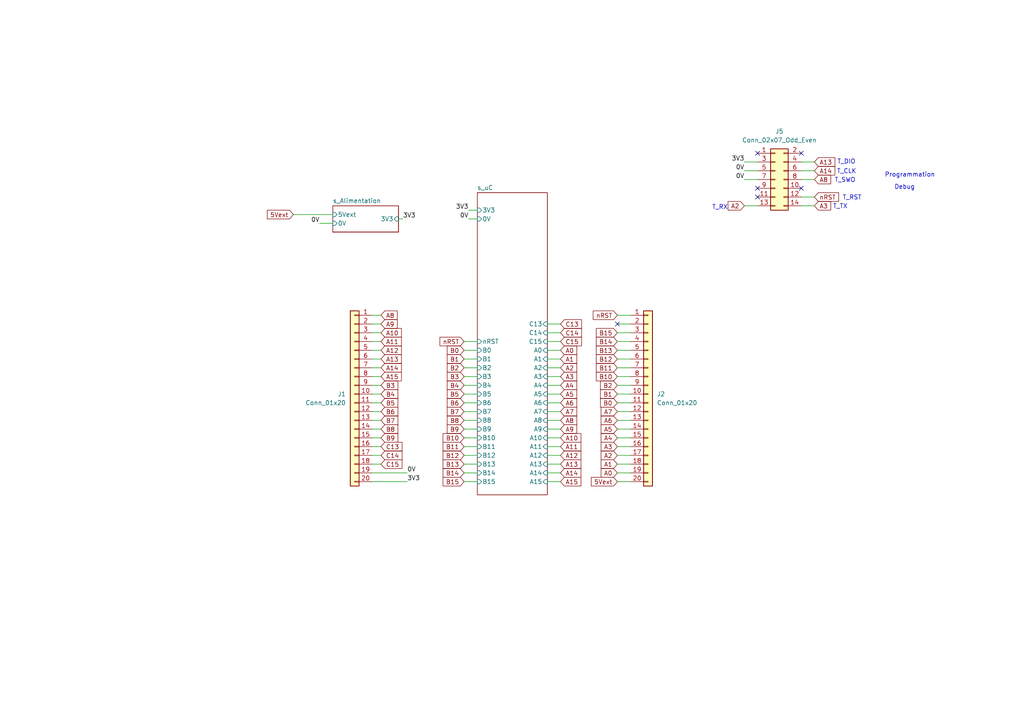
<source format=kicad_sch>
(kicad_sch (version 20250114) (generator "eeschema") (generator_version "9.0")
  (paper "A4")
  (title_block (date "2024-04-29"))
  (lib_symbols
    (symbol "Connector_Generic:Conn_01x20" (pin_names (offset 1.016) (hide yes))
      (property "Reference" "J" (at 0 25.4 0))
      (property "Value" "Conn_01x20" (at 0 -27.94 0))
      (symbol "Conn_01x20_1_1"
        (rectangle (start -1.27 24.13) (end 1.27 -26.67) (stroke (width 0.254)) (fill (type background)))
        (rectangle (start -1.27 22.987) (end 0 22.733) (stroke (width 0.1524)))
        (rectangle (start -1.27 20.447) (end 0 20.193) (stroke (width 0.1524)))
        (rectangle (start -1.27 17.907) (end 0 17.653) (stroke (width 0.1524)))
        (rectangle (start -1.27 15.367) (end 0 15.113) (stroke (width 0.1524)))
        (rectangle (start -1.27 12.827) (end 0 12.573) (stroke (width 0.1524)))
        (rectangle (start -1.27 10.287) (end 0 10.033) (stroke (width 0.1524)))
        (rectangle (start -1.27 7.747) (end 0 7.493) (stroke (width 0.1524)))
        (rectangle (start -1.27 5.207) (end 0 4.953) (stroke (width 0.1524)))
        (rectangle (start -1.27 2.667) (end 0 2.413) (stroke (width 0.1524)))
        (rectangle (start -1.27 0.127) (end 0 -0.127) (stroke (width 0.1524)))
        (rectangle (start -1.27 -2.413) (end 0 -2.667) (stroke (width 0.1524)))
        (rectangle (start -1.27 -4.953) (end 0 -5.207) (stroke (width 0.1524)))
        (rectangle (start -1.27 -7.493) (end 0 -7.747) (stroke (width 0.1524)))
        (rectangle (start -1.27 -10.033) (end 0 -10.287) (stroke (width 0.1524)))
        (rectangle (start -1.27 -12.573) (end 0 -12.827) (stroke (width 0.1524)))
        (rectangle (start -1.27 -15.113) (end 0 -15.367) (stroke (width 0.1524)))
        (rectangle (start -1.27 -17.653) (end 0 -17.907) (stroke (width 0.1524)))
        (rectangle (start -1.27 -20.193) (end 0 -20.447) (stroke (width 0.1524)))
        (rectangle (start -1.27 -22.733) (end 0 -22.987) (stroke (width 0.1524)))
        (rectangle (start -1.27 -25.273) (end 0 -25.527) (stroke (width 0.1524)))
        (pin passive line (at -5.08 22.86 0) (length 3.81) (name "Pin_1") (number "1"))
        (pin passive line (at -5.08 20.32 0) (length 3.81) (name "Pin_2") (number "2"))
        (pin passive line (at -5.08 17.78 0) (length 3.81) (name "Pin_3") (number "3"))
        (pin passive line (at -5.08 15.24 0) (length 3.81) (name "Pin_4") (number "4"))
        (pin passive line (at -5.08 12.7 0) (length 3.81) (name "Pin_5") (number "5"))
        (pin passive line (at -5.08 10.16 0) (length 3.81) (name "Pin_6") (number "6"))
        (pin passive line (at -5.08 7.62 0) (length 3.81) (name "Pin_7") (number "7"))
        (pin passive line (at -5.08 5.08 0) (length 3.81) (name "Pin_8") (number "8"))
        (pin passive line (at -5.08 2.54 0) (length 3.81) (name "Pin_9") (number "9"))
        (pin passive line (at -5.08 0 0) (length 3.81) (name "Pin_10") (number "10"))
        (pin passive line (at -5.08 -2.54 0) (length 3.81) (name "Pin_11") (number "11"))
        (pin passive line (at -5.08 -5.08 0) (length 3.81) (name "Pin_12") (number "12"))
        (pin passive line (at -5.08 -7.62 0) (length 3.81) (name "Pin_13") (number "13"))
        (pin passive line (at -5.08 -10.16 0) (length 3.81) (name "Pin_14") (number "14"))
        (pin passive line (at -5.08 -12.7 0) (length 3.81) (name "Pin_15") (number "15"))
        (pin passive line (at -5.08 -15.24 0) (length 3.81) (name "Pin_16") (number "16"))
        (pin passive line (at -5.08 -17.78 0) (length 3.81) (name "Pin_17") (number "17"))
        (pin passive line (at -5.08 -20.32 0) (length 3.81) (name "Pin_18") (number "18"))
        (pin passive line (at -5.08 -22.86 0) (length 3.81) (name "Pin_19") (number "19"))
        (pin passive line (at -5.08 -25.4 0) (length 3.81) (name "Pin_20") (number "20"))
      )
    )
    (symbol "Connector_Generic:Conn_02x07_Odd_Even" (pin_names (offset 1.016) (hide yes))
      (property "Reference" "J" (at 1.27 10.16 0))
      (property "Value" "Conn_02x07_Odd_Even" (at 1.27 -10.16 0))
      (symbol "Conn_02x07_Odd_Even_1_1"
        (rectangle (start -1.27 8.89) (end 3.81 -8.89) (stroke (width 0.254)) (fill (type background)))
        (rectangle (start -1.27 7.747) (end 0 7.493) (stroke (width 0.1524)))
        (rectangle (start -1.27 5.207) (end 0 4.953) (stroke (width 0.1524)))
        (rectangle (start -1.27 2.667) (end 0 2.413) (stroke (width 0.1524)))
        (rectangle (start -1.27 0.127) (end 0 -0.127) (stroke (width 0.1524)))
        (rectangle (start -1.27 -2.413) (end 0 -2.667) (stroke (width 0.1524)))
        (rectangle (start -1.27 -4.953) (end 0 -5.207) (stroke (width 0.1524)))
        (rectangle (start -1.27 -7.493) (end 0 -7.747) (stroke (width 0.1524)))
        (rectangle (start 3.81 7.747) (end 2.54 7.493) (stroke (width 0.1524)))
        (rectangle (start 3.81 5.207) (end 2.54 4.953) (stroke (width 0.1524)))
        (rectangle (start 3.81 2.667) (end 2.54 2.413) (stroke (width 0.1524)))
        (rectangle (start 3.81 0.127) (end 2.54 -0.127) (stroke (width 0.1524)))
        (rectangle (start 3.81 -2.413) (end 2.54 -2.667) (stroke (width 0.1524)))
        (rectangle (start 3.81 -4.953) (end 2.54 -5.207) (stroke (width 0.1524)))
        (rectangle (start 3.81 -7.493) (end 2.54 -7.747) (stroke (width 0.1524)))
        (pin passive line (at -5.08 7.62 0) (length 3.81) (name "Pin_1") (number "1"))
        (pin passive line (at -5.08 5.08 0) (length 3.81) (name "Pin_3") (number "3"))
        (pin passive line (at -5.08 2.54 0) (length 3.81) (name "Pin_5") (number "5"))
        (pin passive line (at -5.08 0 0) (length 3.81) (name "Pin_7") (number "7"))
        (pin passive line (at -5.08 -2.54 0) (length 3.81) (name "Pin_9") (number "9"))
        (pin passive line (at -5.08 -5.08 0) (length 3.81) (name "Pin_11") (number "11"))
        (pin passive line (at -5.08 -7.62 0) (length 3.81) (name "Pin_13") (number "13"))
        (pin passive line (at 7.62 7.62 180) (length 3.81) (name "Pin_2") (number "2"))
        (pin passive line (at 7.62 5.08 180) (length 3.81) (name "Pin_4") (number "4"))
        (pin passive line (at 7.62 2.54 180) (length 3.81) (name "Pin_6") (number "6"))
        (pin passive line (at 7.62 0 180) (length 3.81) (name "Pin_8") (number "8"))
        (pin passive line (at 7.62 -2.54 180) (length 3.81) (name "Pin_10") (number "10"))
        (pin passive line (at 7.62 -5.08 180) (length 3.81) (name "Pin_12") (number "12"))
        (pin passive line (at 7.62 -7.62 180) (length 3.81) (name "Pin_14") (number "14"))
      )
    )
  )
  (text "T_RX" (at 206.502 60.96 0) (effects (font (size 1.27 1.27)) (justify left bottom)))
  (text "T_TX" (at 245.872 60.706 0) (effects (font (size 1.27 1.27)) (justify right bottom)))
  (text "T_DIO" (at 248.158 47.752 0) (effects (font (size 1.27 1.27)) (justify right bottom)))
  (text "Programmation" (at 263.906 50.8 0) (effects (font (size 1.27 1.27))))
  (text "T_CLK" (at 248.412 50.546 0) (effects (font (size 1.27 1.27)) (justify right bottom)))
  (text "Debug" (at 262.382 54.356 0) (effects (font (size 1.27 1.27))))
  (text "T_SWO" (at 248.158 53.086 0) (effects (font (size 1.27 1.27)) (justify right bottom)))
  (text "T_RST" (at 244.348 58.166 0) (effects (font (size 1.27 1.27)) (justify left bottom)))
  (no_connect (at 219.71 54.61))
  (no_connect (at 219.71 57.15))
  (no_connect (at 219.71 44.45))
  (no_connect (at 232.41 54.61))
  (no_connect (at 179.07 93.98))
  (no_connect (at 232.41 44.45))
  (wire (pts (xy 134.62 106.68) (xy 138.43 106.68)))
  (wire (pts (xy 96.52 62.23) (xy 85.09 62.23)))
  (wire (pts (xy 179.07 116.84) (xy 182.88 116.84)))
  (wire (pts (xy 134.62 121.92) (xy 138.43 121.92)))
  (wire (pts (xy 236.22 46.99) (xy 232.41 46.99)))
  (wire (pts (xy 107.95 111.76) (xy 110.49 111.76)))
  (wire (pts (xy 107.95 106.68) (xy 110.49 106.68)))
  (wire (pts (xy 179.07 101.6) (xy 182.88 101.6)))
  (wire (pts (xy 158.75 93.98) (xy 162.56 93.98)))
  (wire (pts (xy 158.75 127) (xy 162.56 127)))
  (wire (pts (xy 107.95 129.54) (xy 110.49 129.54)))
  (wire (pts (xy 134.62 139.7) (xy 138.43 139.7)))
  (wire (pts (xy 107.95 139.7) (xy 118.11 139.7)))
  (wire (pts (xy 107.95 96.52) (xy 110.49 96.52)))
  (wire (pts (xy 179.07 119.38) (xy 182.88 119.38)))
  (wire (pts (xy 158.75 106.68) (xy 162.56 106.68)))
  (wire (pts (xy 134.62 101.6) (xy 138.43 101.6)))
  (wire (pts (xy 158.75 99.06) (xy 162.56 99.06)))
  (wire (pts (xy 179.07 137.16) (xy 182.88 137.16)))
  (wire (pts (xy 158.75 116.84) (xy 162.56 116.84)))
  (wire (pts (xy 134.62 116.84) (xy 138.43 116.84)))
  (wire (pts (xy 134.62 99.06) (xy 138.43 99.06)))
  (wire (pts (xy 107.95 127) (xy 110.49 127)))
  (wire (pts (xy 158.75 124.46) (xy 162.56 124.46)))
  (wire (pts (xy 158.75 119.38) (xy 162.56 119.38)))
  (wire (pts (xy 107.95 121.92) (xy 110.49 121.92)))
  (wire (pts (xy 158.75 121.92) (xy 162.56 121.92)))
  (wire (pts (xy 134.62 114.3) (xy 138.43 114.3)))
  (wire (pts (xy 107.95 91.44) (xy 110.49 91.44)))
  (wire (pts (xy 215.9 49.53) (xy 219.71 49.53)))
  (wire (pts (xy 135.89 60.96) (xy 138.43 60.96)))
  (wire (pts (xy 107.95 114.3) (xy 110.49 114.3)))
  (wire (pts (xy 158.75 114.3) (xy 162.56 114.3)))
  (wire (pts (xy 107.95 93.98) (xy 110.49 93.98)))
  (wire (pts (xy 179.07 109.22) (xy 182.88 109.22)))
  (wire (pts (xy 179.07 124.46) (xy 182.88 124.46)))
  (wire (pts (xy 134.62 127) (xy 138.43 127)))
  (wire (pts (xy 107.95 101.6) (xy 110.49 101.6)))
  (wire (pts (xy 179.07 104.14) (xy 182.88 104.14)))
  (wire (pts (xy 107.95 104.14) (xy 110.49 104.14)))
  (wire (pts (xy 215.9 52.07) (xy 219.71 52.07)))
  (wire (pts (xy 158.75 132.08) (xy 162.56 132.08)))
  (wire (pts (xy 92.71 64.77) (xy 96.52 64.77)))
  (wire (pts (xy 158.75 139.7) (xy 162.56 139.7)))
  (wire (pts (xy 134.62 109.22) (xy 138.43 109.22)))
  (wire (pts (xy 215.9 46.99) (xy 219.71 46.99)))
  (wire (pts (xy 179.07 134.62) (xy 182.88 134.62)))
  (wire (pts (xy 107.95 119.38) (xy 110.49 119.38)))
  (wire (pts (xy 134.62 132.08) (xy 138.43 132.08)))
  (wire (pts (xy 158.75 101.6) (xy 162.56 101.6)))
  (wire (pts (xy 107.95 116.84) (xy 110.49 116.84)))
  (wire (pts (xy 158.75 109.22) (xy 162.56 109.22)))
  (wire (pts (xy 236.22 49.53) (xy 232.41 49.53)))
  (wire (pts (xy 179.07 91.44) (xy 182.88 91.44)))
  (wire (pts (xy 236.22 57.15) (xy 232.41 57.15)))
  (wire (pts (xy 158.75 111.76) (xy 162.56 111.76)))
  (wire (pts (xy 179.07 121.92) (xy 182.88 121.92)))
  (wire (pts (xy 107.95 137.16) (xy 118.11 137.16)))
  (wire (pts (xy 158.75 104.14) (xy 162.56 104.14)))
  (wire (pts (xy 179.07 132.08) (xy 182.88 132.08)))
  (wire (pts (xy 107.95 109.22) (xy 110.49 109.22)))
  (wire (pts (xy 179.07 114.3) (xy 182.88 114.3)))
  (wire (pts (xy 134.62 104.14) (xy 138.43 104.14)))
  (wire (pts (xy 115.57 63.5) (xy 116.84 63.5)))
  (wire (pts (xy 107.95 134.62) (xy 110.49 134.62)))
  (wire (pts (xy 107.95 99.06) (xy 110.49 99.06)))
  (wire (pts (xy 134.62 129.54) (xy 138.43 129.54)))
  (wire (pts (xy 158.75 129.54) (xy 162.56 129.54)))
  (wire (pts (xy 107.95 124.46) (xy 110.49 124.46)))
  (wire (pts (xy 236.22 52.07) (xy 232.41 52.07)))
  (wire (pts (xy 179.07 99.06) (xy 182.88 99.06)))
  (wire (pts (xy 179.07 139.7) (xy 182.88 139.7)))
  (wire (pts (xy 107.95 132.08) (xy 110.49 132.08)))
  (wire (pts (xy 158.75 137.16) (xy 162.56 137.16)))
  (wire (pts (xy 134.62 119.38) (xy 138.43 119.38)))
  (wire (pts (xy 179.07 106.68) (xy 182.88 106.68)))
  (wire (pts (xy 179.07 93.98) (xy 182.88 93.98)))
  (wire (pts (xy 179.07 111.76) (xy 182.88 111.76)))
  (wire (pts (xy 179.07 129.54) (xy 182.88 129.54)))
  (wire (pts (xy 158.75 134.62) (xy 162.56 134.62)))
  (wire (pts (xy 215.9 59.69) (xy 219.71 59.69)))
  (wire (pts (xy 158.75 96.52) (xy 162.56 96.52)))
  (wire (pts (xy 236.22 59.69) (xy 232.41 59.69)))
  (wire (pts (xy 179.07 127) (xy 182.88 127)))
  (wire (pts (xy 134.62 111.76) (xy 138.43 111.76)))
  (wire (pts (xy 134.62 124.46) (xy 138.43 124.46)))
  (wire (pts (xy 134.62 134.62) (xy 138.43 134.62)))
  (wire (pts (xy 179.07 96.52) (xy 182.88 96.52)))
  (wire (pts (xy 135.89 63.5) (xy 138.43 63.5)))
  (wire (pts (xy 134.62 137.16) (xy 138.43 137.16)))
  (label "3V3" (at 118.11 139.7 0))
  (label "0V" (at 135.89 63.5 180))
  (label "0V" (at 215.9 52.07 180))
  (label "0V" (at 118.11 137.16 0))
  (label "0V" (at 215.9 49.53 180))
  (label "0V" (at 92.71 64.77 180))
  (label "3V3" (at 215.9 46.99 180))
  (label "3V3" (at 135.89 60.96 180))
  (label "3V3" (at 116.84 63.5 0))
  (global_label "B0" (shape input) (at 179.07 116.84 180) (property "Intersheetrefs" "${INTERSHEET_REFS}" (effects (hide yes))))
  (global_label "B4" (shape input) (at 134.62 111.76 180) (property "Intersheetrefs" "${INTERSHEET_REFS}" (effects (hide yes))))
  (global_label "A6" (shape input) (at 162.56 116.84 0) (property "Intersheetrefs" "${INTERSHEET_REFS}" (effects (hide yes))))
  (global_label "B14" (shape input) (at 134.62 137.16 180) (property "Intersheetrefs" "${INTERSHEET_REFS}" (effects (hide yes))))
  (global_label "5Vext" (shape input) (at 179.07 139.7 180) (property "Intersheetrefs" "${INTERSHEET_REFS}" (effects (hide yes))))
  (global_label "A3" (shape input) (at 179.07 129.54 180) (property "Intersheetrefs" "${INTERSHEET_REFS}" (effects (hide yes))))
  (global_label "A2" (shape input) (at 215.9 59.69 180) (property "Intersheetrefs" "${INTERSHEET_REFS}" (effects (hide yes))))
  (global_label "A15" (shape input) (at 162.56 139.7 0) (property "Intersheetrefs" "${INTERSHEET_REFS}" (effects (hide yes))))
  (global_label "B7" (shape input) (at 134.62 119.38 180) (property "Intersheetrefs" "${INTERSHEET_REFS}" (effects (hide yes))))
  (global_label "A8" (shape input) (at 110.49 91.44 0) (property "Intersheetrefs" "${INTERSHEET_REFS}" (effects (hide yes))))
  (global_label "A13" (shape input) (at 236.22 46.99 0) (property "Intersheetrefs" "${INTERSHEET_REFS}" (effects (hide yes))))
  (global_label "B14" (shape input) (at 179.07 99.06 180) (property "Intersheetrefs" "${INTERSHEET_REFS}" (effects (hide yes))))
  (global_label "B8" (shape input) (at 134.62 121.92 180) (property "Intersheetrefs" "${INTERSHEET_REFS}" (effects (hide yes))))
  (global_label "B9" (shape input) (at 134.62 124.46 180) (property "Intersheetrefs" "${INTERSHEET_REFS}" (effects (hide yes))))
  (global_label "A4" (shape input) (at 162.56 111.76 0) (property "Intersheetrefs" "${INTERSHEET_REFS}" (effects (hide yes))))
  (global_label "B10" (shape input) (at 134.62 127 180) (property "Intersheetrefs" "${INTERSHEET_REFS}" (effects (hide yes))))
  (global_label "B3" (shape input) (at 110.49 111.76 0) (property "Intersheetrefs" "${INTERSHEET_REFS}" (effects (hide yes))))
  (global_label "A10" (shape input) (at 162.56 127 0) (property "Intersheetrefs" "${INTERSHEET_REFS}" (effects (hide yes))))
  (global_label "A2" (shape input) (at 179.07 132.08 180) (property "Intersheetrefs" "${INTERSHEET_REFS}" (effects (hide yes))))
  (global_label "B9" (shape input) (at 110.49 127 0) (property "Intersheetrefs" "${INTERSHEET_REFS}" (effects (hide yes))))
  (global_label "B8" (shape input) (at 110.49 124.46 0) (property "Intersheetrefs" "${INTERSHEET_REFS}" (effects (hide yes))))
  (global_label "B1" (shape input) (at 134.62 104.14 180) (property "Intersheetrefs" "${INTERSHEET_REFS}" (effects (hide yes))))
  (global_label "B12" (shape input) (at 134.62 132.08 180) (property "Intersheetrefs" "${INTERSHEET_REFS}" (effects (hide yes))))
  (global_label "B4" (shape input) (at 110.49 114.3 0) (property "Intersheetrefs" "${INTERSHEET_REFS}" (effects (hide yes))))
  (global_label "A14" (shape input) (at 162.56 137.16 0) (property "Intersheetrefs" "${INTERSHEET_REFS}" (effects (hide yes))))
  (global_label "B7" (shape input) (at 110.49 121.92 0) (property "Intersheetrefs" "${INTERSHEET_REFS}" (effects (hide yes))))
  (global_label "A7" (shape input) (at 162.56 119.38 0) (property "Intersheetrefs" "${INTERSHEET_REFS}" (effects (hide yes))))
  (global_label "C14" (shape input) (at 110.49 132.08 0) (property "Intersheetrefs" "${INTERSHEET_REFS}" (effects (hide yes))))
  (global_label "A5" (shape input) (at 162.56 114.3 0) (property "Intersheetrefs" "${INTERSHEET_REFS}" (effects (hide yes))))
  (global_label "A0" (shape input) (at 162.56 101.6 0) (property "Intersheetrefs" "${INTERSHEET_REFS}" (effects (hide yes))))
  (global_label "B2" (shape input) (at 134.62 106.68 180) (property "Intersheetrefs" "${INTERSHEET_REFS}" (effects (hide yes))))
  (global_label "nRST" (shape input) (at 236.22 57.15 0) (property "Intersheetrefs" "${INTERSHEET_REFS}" (effects (hide yes))))
  (global_label "A15" (shape input) (at 110.49 109.22 0) (property "Intersheetrefs" "${INTERSHEET_REFS}" (effects (hide yes))))
  (global_label "B5" (shape input) (at 110.49 116.84 0) (property "Intersheetrefs" "${INTERSHEET_REFS}" (effects (hide yes))))
  (global_label "A7" (shape input) (at 179.07 119.38 180) (property "Intersheetrefs" "${INTERSHEET_REFS}" (effects (hide yes))))
  (global_label "nRST" (shape input) (at 179.07 91.44 180) (property "Intersheetrefs" "${INTERSHEET_REFS}" (effects (hide yes))))
  (global_label "B6" (shape input) (at 110.49 119.38 0) (property "Intersheetrefs" "${INTERSHEET_REFS}" (effects (hide yes))))
  (global_label "B13" (shape input) (at 179.07 101.6 180) (property "Intersheetrefs" "${INTERSHEET_REFS}" (effects (hide yes))))
  (global_label "B6" (shape input) (at 134.62 116.84 180) (property "Intersheetrefs" "${INTERSHEET_REFS}" (effects (hide yes))))
  (global_label "5Vext" (shape input) (at 85.09 62.23 180) (property "Intersheetrefs" "${INTERSHEET_REFS}" (effects (hide yes))))
  (global_label "A10" (shape input) (at 110.49 96.52 0) (property "Intersheetrefs" "${INTERSHEET_REFS}" (effects (hide yes))))
  (global_label "B12" (shape input) (at 179.07 104.14 180) (property "Intersheetrefs" "${INTERSHEET_REFS}" (effects (hide yes))))
  (global_label "B5" (shape input) (at 134.62 114.3 180) (property "Intersheetrefs" "${INTERSHEET_REFS}" (effects (hide yes))))
  (global_label "A13" (shape input) (at 110.49 104.14 0) (property "Intersheetrefs" "${INTERSHEET_REFS}" (effects (hide yes))))
  (global_label "B10" (shape input) (at 179.07 109.22 180) (property "Intersheetrefs" "${INTERSHEET_REFS}" (effects (hide yes))))
  (global_label "B11" (shape input) (at 179.07 106.68 180) (property "Intersheetrefs" "${INTERSHEET_REFS}" (effects (hide yes))))
  (global_label "A1" (shape input) (at 179.07 134.62 180) (property "Intersheetrefs" "${INTERSHEET_REFS}" (effects (hide yes))))
  (global_label "A14" (shape input) (at 110.49 106.68 0) (property "Intersheetrefs" "${INTERSHEET_REFS}" (effects (hide yes))))
  (global_label "A14" (shape input) (at 236.22 49.53 0) (property "Intersheetrefs" "${INTERSHEET_REFS}" (effects (hide yes))))
  (global_label "nRST" (shape input) (at 134.62 99.06 180) (property "Intersheetrefs" "${INTERSHEET_REFS}" (effects (hide yes))))
  (global_label "B1" (shape input) (at 179.07 114.3 180) (property "Intersheetrefs" "${INTERSHEET_REFS}" (effects (hide yes))))
  (global_label "A13" (shape input) (at 162.56 134.62 0) (property "Intersheetrefs" "${INTERSHEET_REFS}" (effects (hide yes))))
  (global_label "A4" (shape input) (at 179.07 127 180) (property "Intersheetrefs" "${INTERSHEET_REFS}" (effects (hide yes))))
  (global_label "C15" (shape input) (at 162.56 99.06 0) (property "Intersheetrefs" "${INTERSHEET_REFS}" (effects (hide yes))))
  (global_label "A1" (shape input) (at 162.56 104.14 0) (property "Intersheetrefs" "${INTERSHEET_REFS}" (effects (hide yes))))
  (global_label "C13" (shape input) (at 162.56 93.98 0) (property "Intersheetrefs" "${INTERSHEET_REFS}" (effects (hide yes))))
  (global_label "A8" (shape input) (at 236.22 52.07 0) (property "Intersheetrefs" "${INTERSHEET_REFS}" (effects (hide yes))))
  (global_label "A0" (shape input) (at 179.07 137.16 180) (property "Intersheetrefs" "${INTERSHEET_REFS}" (effects (hide yes))))
  (global_label "A12" (shape input) (at 110.49 101.6 0) (property "Intersheetrefs" "${INTERSHEET_REFS}" (effects (hide yes))))
  (global_label "C14" (shape input) (at 162.56 96.52 0) (property "Intersheetrefs" "${INTERSHEET_REFS}" (effects (hide yes))))
  (global_label "A2" (shape input) (at 162.56 106.68 0) (property "Intersheetrefs" "${INTERSHEET_REFS}" (effects (hide yes))))
  (global_label "B15" (shape input) (at 134.62 139.7 180) (property "Intersheetrefs" "${INTERSHEET_REFS}" (effects (hide yes))))
  (global_label "A9" (shape input) (at 110.49 93.98 0) (property "Intersheetrefs" "${INTERSHEET_REFS}" (effects (hide yes))))
  (global_label "B15" (shape input) (at 179.07 96.52 180) (property "Intersheetrefs" "${INTERSHEET_REFS}" (effects (hide yes))))
  (global_label "A3" (shape input) (at 162.56 109.22 0) (property "Intersheetrefs" "${INTERSHEET_REFS}" (effects (hide yes))))
  (global_label "A9" (shape input) (at 162.56 124.46 0) (property "Intersheetrefs" "${INTERSHEET_REFS}" (effects (hide yes))))
  (global_label "A8" (shape input) (at 162.56 121.92 0) (property "Intersheetrefs" "${INTERSHEET_REFS}" (effects (hide yes))))
  (global_label "B0" (shape input) (at 134.62 101.6 180) (property "Intersheetrefs" "${INTERSHEET_REFS}" (effects (hide yes))))
  (global_label "A6" (shape input) (at 179.07 121.92 180) (property "Intersheetrefs" "${INTERSHEET_REFS}" (effects (hide yes))))
  (global_label "B3" (shape input) (at 134.62 109.22 180) (property "Intersheetrefs" "${INTERSHEET_REFS}" (effects (hide yes))))
  (global_label "C15" (shape input) (at 110.49 134.62 0) (property "Intersheetrefs" "${INTERSHEET_REFS}" (effects (hide yes))))
  (global_label "B11" (shape input) (at 134.62 129.54 180) (property "Intersheetrefs" "${INTERSHEET_REFS}" (effects (hide yes))))
  (global_label "A3" (shape input) (at 236.22 59.69 0) (property "Intersheetrefs" "${INTERSHEET_REFS}" (effects (hide yes))))
  (global_label "A5" (shape input) (at 179.07 124.46 180) (property "Intersheetrefs" "${INTERSHEET_REFS}" (effects (hide yes))))
  (global_label "A11" (shape input) (at 162.56 129.54 0) (property "Intersheetrefs" "${INTERSHEET_REFS}" (effects (hide yes))))
  (global_label "A12" (shape input) (at 162.56 132.08 0) (property "Intersheetrefs" "${INTERSHEET_REFS}" (effects (hide yes))))
  (global_label "A11" (shape input) (at 110.49 99.06 0) (property "Intersheetrefs" "${INTERSHEET_REFS}" (effects (hide yes))))
  (global_label "B2" (shape input) (at 179.07 111.76 180) (property "Intersheetrefs" "${INTERSHEET_REFS}" (effects (hide yes))))
  (global_label "C13" (shape input) (at 110.49 129.54 0) (property "Intersheetrefs" "${INTERSHEET_REFS}" (effects (hide yes))))
  (global_label "B13" (shape input) (at 134.62 134.62 180) (property "Intersheetrefs" "${INTERSHEET_REFS}" (effects (hide yes))))
  (symbol (lib_id "Connector_Generic:Conn_01x20") (at 187.96 114.3 0) (unit 1)
    (property "Reference" "J2" (at 190.5 114.3 0) (effects (justify left)))
    (property "Value" "Conn_01x20" (at 190.5 116.84 0) (effects (justify left)))
    (property "Footprint" "Chimere_comps:PinHeader_1x20_P2.54mm_Simple" (effects (hide yes)))
  )
  (symbol (lib_id "Connector_Generic:Conn_01x20") (at 102.87 114.3 0) (mirror y) (unit 1)
    (property "Reference" "J1" (at 100.33 114.3 0) (effects (justify left)))
    (property "Value" "Conn_01x20" (at 100.33 116.84 0) (effects (justify left)))
    (property "Footprint" "Chimere_comps:PinHeader_1x20_P2.54mm_Simple" (effects (hide yes)))
  )
  (symbol (lib_id "Connector_Generic:Conn_02x07_Odd_Even") (at 224.79 52.07 0) (unit 1)
    (property "Reference" "J5" (at 226.06 38.1 0))
    (property "Value" "Conn_02x07_Odd_Even" (at 226.06 40.64 0))
    (property "Footprint" "Connector_PinHeader_1.27mm:PinHeader_2x07_P1.27mm_Vertical" (effects (hide yes)))
    (property "Description" "Generic connector, double row, 02x07, odd/even pin numbering scheme (row 1 odd numbers, row 2 even numbers), script generated (kicad-library-utils/schlib/autogen/connector/)" (effects (hide yes)))
  )
  (sheet (at 96.52 59.69) (size 19.05 7.62) (stroke (width 0.1524))
    (property "Sheetname" "s_Alimentation" (at 96.52 58.9784 0) (effects (justify left bottom)))
    (property "Sheetfile" "s_Alimentation.kicad_sch" (effects (hide yes)))
    (pin "0V" input (at 96.52 64.77 180))
    (pin "3V3" input (at 115.57 63.5 0))
    (pin "5Vext" input (at 96.52 62.23 180))
  )
  (sheet (at 138.43 55.88) (size 20.32 87.63) (stroke (width 0.1524))
    (property "Sheetname" "s_uC" (at 138.43 55.1684 0) (effects (justify left bottom)))
    (property "Sheetfile" "s_uC.kicad_sch" (effects (hide yes)))
    (pin "0V" input (at 138.43 63.5 180))
    (pin "3V3" input (at 138.43 60.96 180))
    (pin "B10" input (at 138.43 127 180))
    (pin "B11" input (at 138.43 129.54 180))
    (pin "B12" input (at 138.43 132.08 180))
    (pin "B6" input (at 138.43 116.84 180))
    (pin "B7" input (at 138.43 119.38 180))
    (pin "B13" input (at 138.43 134.62 180))
    (pin "B14" input (at 138.43 137.16 180))
    (pin "B15" input (at 138.43 139.7 180))
    (pin "B4" input (at 138.43 111.76 180))
    (pin "B5" input (at 138.43 114.3 180))
    (pin "B8" input (at 138.43 121.92 180))
    (pin "B9" input (at 138.43 124.46 180))
    (pin "A10" input (at 158.75 127 0))
    (pin "A11" input (at 158.75 129.54 0))
    (pin "A12" input (at 158.75 132.08 0))
    (pin "A15" input (at 158.75 139.7 0))
    (pin "B0" input (at 138.43 101.6 180))
    (pin "B1" input (at 138.43 104.14 180))
    (pin "B2" input (at 138.43 106.68 180))
    (pin "B3" input (at 138.43 109.22 180))
    (pin "C13" input (at 158.75 93.98 0))
    (pin "C14" input (at 158.75 96.52 0))
    (pin "C15" input (at 158.75 99.06 0))
    (pin "A6" input (at 158.75 116.84 0))
    (pin "A5" input (at 158.75 114.3 0))
    (pin "A1" input (at 158.75 104.14 0))
    (pin "A4" input (at 158.75 111.76 0))
    (pin "A7" input (at 158.75 119.38 0))
    (pin "A0" input (at 158.75 101.6 0))
    (pin "A9" input (at 158.75 124.46 0))
    (pin "A2" input (at 158.75 106.68 0))
    (pin "A8" input (at 158.75 121.92 0))
    (pin "A3" input (at 158.75 109.22 0))
    (pin "A13" input (at 158.75 134.62 0))
    (pin "A14" input (at 158.75 137.16 0))
    (pin "nRST" input (at 138.43 99.06 180))
  )
)
</source>
